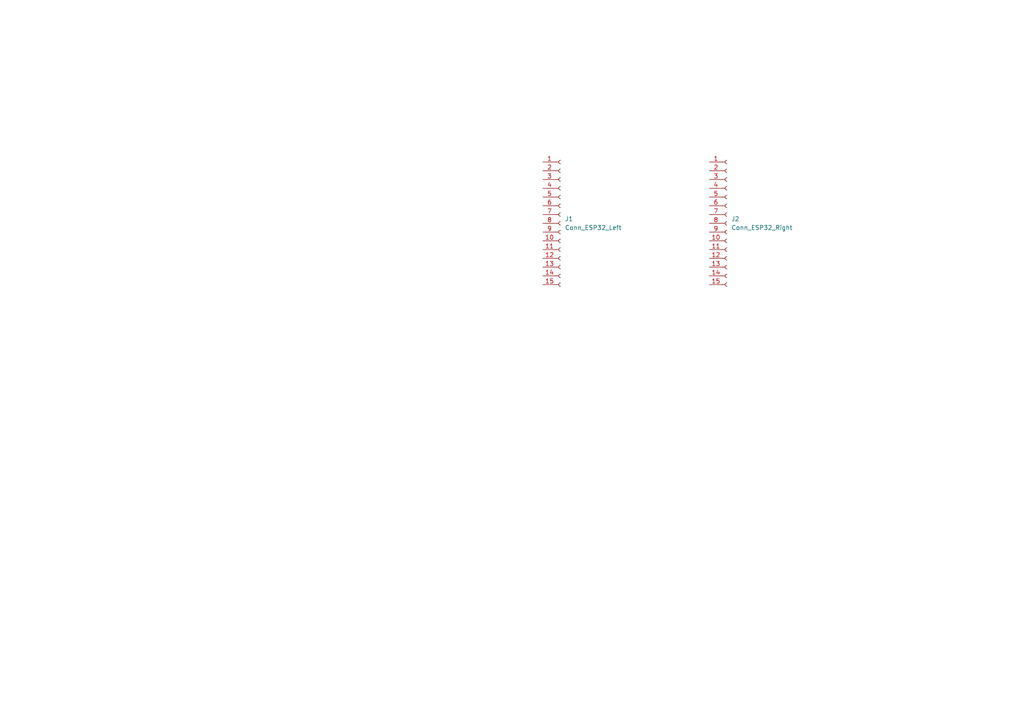
<source format=kicad_sch>
(kicad_sch (version 20250114) (generator "eeschema") (generator_version "9.0")
  (paper "A4")
  (title_block (title "JRT中継基板Ver2.0") (date "2026-01-14") (company "(一社)次世代ロボットエンジニア支援機構"))
  (lib_symbols
    (symbol "Connector:Conn_01x15_Socket" (pin_names (offset 1.016) (hide yes))
      (property "Reference" "J" (at 0 20.32 0))
      (property "Value" "Conn_01x15_Socket" (at 0 -20.32 0))
      (symbol "Conn_01x15_Socket_1_1"
        (polyline (pts (xy -1.27 17.78) (xy -0.508 17.78)) (stroke (width 0.1524)))
        (polyline (pts (xy -1.27 15.24) (xy -0.508 15.24)) (stroke (width 0.1524)))
        (polyline (pts (xy -1.27 12.7) (xy -0.508 12.7)) (stroke (width 0.1524)))
        (polyline (pts (xy -1.27 10.16) (xy -0.508 10.16)) (stroke (width 0.1524)))
        (polyline (pts (xy -1.27 7.62) (xy -0.508 7.62)) (stroke (width 0.1524)))
        (polyline (pts (xy -1.27 5.08) (xy -0.508 5.08)) (stroke (width 0.1524)))
        (polyline (pts (xy -1.27 2.54) (xy -0.508 2.54)) (stroke (width 0.1524)))
        (polyline (pts (xy -1.27 0) (xy -0.508 0)) (stroke (width 0.1524)))
        (polyline (pts (xy -1.27 -2.54) (xy -0.508 -2.54)) (stroke (width 0.1524)))
        (polyline (pts (xy -1.27 -5.08) (xy -0.508 -5.08)) (stroke (width 0.1524)))
        (polyline (pts (xy -1.27 -7.62) (xy -0.508 -7.62)) (stroke (width 0.1524)))
        (polyline (pts (xy -1.27 -10.16) (xy -0.508 -10.16)) (stroke (width 0.1524)))
        (polyline (pts (xy -1.27 -12.7) (xy -0.508 -12.7)) (stroke (width 0.1524)))
        (polyline (pts (xy -1.27 -15.24) (xy -0.508 -15.24)) (stroke (width 0.1524)))
        (polyline (pts (xy -1.27 -17.78) (xy -0.508 -17.78)) (stroke (width 0.1524)))
        (arc (start 0 17.272) (mid -0.5058 17.78) (end 0 18.288) (stroke (width 0.1524)))
        (arc (start 0 14.732) (mid -0.5058 15.24) (end 0 15.748) (stroke (width 0.1524)))
        (arc (start 0 12.192) (mid -0.5058 12.7) (end 0 13.208) (stroke (width 0.1524)))
        (arc (start 0 9.652) (mid -0.5058 10.16) (end 0 10.668) (stroke (width 0.1524)))
        (arc (start 0 7.112) (mid -0.5058 7.62) (end 0 8.128) (stroke (width 0.1524)))
        (arc (start 0 4.572) (mid -0.5058 5.08) (end 0 5.588) (stroke (width 0.1524)))
        (arc (start 0 2.032) (mid -0.5058 2.54) (end 0 3.048) (stroke (width 0.1524)))
        (arc (start 0 -0.508) (mid -0.5058 0) (end 0 0.508) (stroke (width 0.1524)))
        (arc (start 0 -3.048) (mid -0.5058 -2.54) (end 0 -2.032) (stroke (width 0.1524)))
        (arc (start 0 -5.588) (mid -0.5058 -5.08) (end 0 -4.572) (stroke (width 0.1524)))
        (arc (start 0 -8.128) (mid -0.5058 -7.62) (end 0 -7.112) (stroke (width 0.1524)))
        (arc (start 0 -10.668) (mid -0.5058 -10.16) (end 0 -9.652) (stroke (width 0.1524)))
        (arc (start 0 -13.208) (mid -0.5058 -12.7) (end 0 -12.192) (stroke (width 0.1524)))
        (arc (start 0 -15.748) (mid -0.5058 -15.24) (end 0 -14.732) (stroke (width 0.1524)))
        (arc (start 0 -18.288) (mid -0.5058 -17.78) (end 0 -17.272) (stroke (width 0.1524)))
        (pin passive line (at -5.08 17.78 0) (length 3.81) (name "Pin_1") (number "1"))
        (pin passive line (at -5.08 15.24 0) (length 3.81) (name "Pin_2") (number "2"))
        (pin passive line (at -5.08 12.7 0) (length 3.81) (name "Pin_3") (number "3"))
        (pin passive line (at -5.08 10.16 0) (length 3.81) (name "Pin_4") (number "4"))
        (pin passive line (at -5.08 7.62 0) (length 3.81) (name "Pin_5") (number "5"))
        (pin passive line (at -5.08 5.08 0) (length 3.81) (name "Pin_6") (number "6"))
        (pin passive line (at -5.08 2.54 0) (length 3.81) (name "Pin_7") (number "7"))
        (pin passive line (at -5.08 0 0) (length 3.81) (name "Pin_8") (number "8"))
        (pin passive line (at -5.08 -2.54 0) (length 3.81) (name "Pin_9") (number "9"))
        (pin passive line (at -5.08 -5.08 0) (length 3.81) (name "Pin_10") (number "10"))
        (pin passive line (at -5.08 -7.62 0) (length 3.81) (name "Pin_11") (number "11"))
        (pin passive line (at -5.08 -10.16 0) (length 3.81) (name "Pin_12") (number "12"))
        (pin passive line (at -5.08 -12.7 0) (length 3.81) (name "Pin_13") (number "13"))
        (pin passive line (at -5.08 -15.24 0) (length 3.81) (name "Pin_14") (number "14"))
        (pin passive line (at -5.08 -17.78 0) (length 3.81) (name "Pin_15") (number "15"))
      )
    )
  )
  (symbol (lib_id "Connector:Conn_01x15_Socket") (at 210.82 64.77 0) (unit 1)
    (property "Reference" "J2" (at 212.09 63.4999 0) (effects (justify left)))
    (property "Value" "Conn_ESP32_Right" (at 212.09 66.0399 0) (effects (justify left)))
  )
  (symbol (lib_id "Connector:Conn_01x15_Socket") (at 162.56 64.77 0) (unit 1)
    (property "Reference" "J1" (at 163.83 63.4999 0) (effects (justify left)))
    (property "Value" "Conn_ESP32_Left" (at 163.83 66.0399 0) (effects (justify left)))
  )
)
</source>
